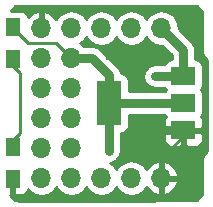
<source format=gtl>
G04 #@! TF.FileFunction,Copper,L1,Top,Signal*
%FSLAX46Y46*%
G04 Gerber Fmt 4.6, Leading zero omitted, Abs format (unit mm)*
G04 Created by KiCad (PCBNEW 4.0.7) date 2018 April 02, Monday 17:07:15*
%MOMM*%
%LPD*%
G01*
G04 APERTURE LIST*
%ADD10C,0.100000*%
%ADD11O,1.700000X1.700000*%
%ADD12R,2.000000X3.800000*%
%ADD13R,2.000000X1.500000*%
%ADD14R,1.300000X1.500000*%
%ADD15C,0.600000*%
%ADD16C,0.750000*%
%ADD17C,0.250000*%
%ADD18C,0.254000*%
G04 APERTURE END LIST*
D10*
D11*
X143764000Y-91059000D03*
X141224000Y-91059000D03*
X143764000Y-93599000D03*
X141224000Y-93599000D03*
X143764000Y-96139000D03*
X141224000Y-96139000D03*
X143764000Y-98679000D03*
X141224000Y-98679000D03*
D12*
X146964000Y-94869000D03*
D13*
X153264000Y-94869000D03*
X153264000Y-92569000D03*
X153264000Y-97169000D03*
D11*
X141224000Y-101219000D03*
X143764000Y-101219000D03*
X146304000Y-101219000D03*
X148844000Y-101219000D03*
X151384000Y-101219000D03*
X141224000Y-88519000D03*
X143764000Y-88519000D03*
X146304000Y-88519000D03*
X148844000Y-88519000D03*
X151384000Y-88519000D03*
D14*
X138811000Y-91139000D03*
X138811000Y-88439000D03*
X138811000Y-98599000D03*
X138811000Y-101299000D03*
D15*
X150876000Y-92583000D03*
X148463000Y-90297000D03*
X148971000Y-90805000D03*
X149479000Y-90297000D03*
X149987000Y-90805000D03*
X150495000Y-90297000D03*
X151003000Y-90805000D03*
X151511000Y-90297000D03*
X152019000Y-90805000D03*
X146939000Y-90932000D03*
X148463000Y-99441000D03*
X148971000Y-98933000D03*
X149479000Y-99441000D03*
X149987000Y-98933000D03*
X150495000Y-99441000D03*
X151003000Y-98933000D03*
X151511000Y-99441000D03*
X152019000Y-98933000D03*
X150876000Y-97155000D03*
X146939000Y-98933000D03*
D16*
X153264000Y-92569000D02*
X153264000Y-90399000D01*
X153264000Y-90399000D02*
X151384000Y-88519000D01*
X153264000Y-92569000D02*
X150890000Y-92569000D01*
X150890000Y-92569000D02*
X150876000Y-92583000D01*
D17*
X151364000Y-88539000D02*
X151384000Y-88519000D01*
X146939000Y-90932000D02*
X147828000Y-90932000D01*
X148971000Y-90805000D02*
X149479000Y-90297000D01*
X149987000Y-90805000D02*
X150495000Y-90297000D01*
X151003000Y-90805000D02*
X151511000Y-90297000D01*
X147828000Y-90932000D02*
X148463000Y-90297000D01*
X138811000Y-101299000D02*
X138811000Y-102616000D01*
X151384000Y-102489000D02*
X151384000Y-101219000D01*
X150749000Y-103124000D02*
X151384000Y-102489000D01*
X139319000Y-103124000D02*
X150749000Y-103124000D01*
X138811000Y-102616000D02*
X139319000Y-103124000D01*
X153264000Y-97169000D02*
X153264000Y-97688000D01*
X153264000Y-97688000D02*
X152019000Y-98933000D01*
X149479000Y-99441000D02*
X148971000Y-98933000D01*
X150495000Y-99441000D02*
X149987000Y-98933000D01*
X151511000Y-99441000D02*
X151003000Y-98933000D01*
D16*
X150890000Y-97169000D02*
X153264000Y-97169000D01*
X150890000Y-97169000D02*
X150876000Y-97155000D01*
D17*
X153264000Y-97169000D02*
X153264000Y-97414000D01*
X151364000Y-101199000D02*
X151384000Y-101219000D01*
X138811000Y-88439000D02*
X138811000Y-88519000D01*
X138811000Y-88519000D02*
X140081000Y-89789000D01*
X140081000Y-89789000D02*
X142494000Y-89789000D01*
X142494000Y-89789000D02*
X143764000Y-91059000D01*
D16*
X146964000Y-94869000D02*
X153264000Y-94869000D01*
X143764000Y-91059000D02*
X145542000Y-91059000D01*
X146964000Y-92481000D02*
X146964000Y-94869000D01*
X145542000Y-91059000D02*
X146964000Y-92481000D01*
X146964000Y-94869000D02*
X146964000Y-98908000D01*
X146964000Y-98908000D02*
X146939000Y-98933000D01*
D17*
X138764000Y-88519000D02*
X138684000Y-88439000D01*
X138684000Y-98599000D02*
X138684000Y-98171000D01*
X138684000Y-98171000D02*
X139192000Y-97663000D01*
X139192000Y-97663000D02*
X139446000Y-97409000D01*
X139446000Y-97409000D02*
X139446000Y-92329000D01*
X139446000Y-92329000D02*
X138684000Y-91567000D01*
X138684000Y-91567000D02*
X138684000Y-91139000D01*
D18*
G36*
X154865000Y-87162092D02*
X154865000Y-90551000D01*
X154919046Y-90822705D01*
X155072954Y-91053046D01*
X155246000Y-91226092D01*
X155246000Y-98892908D01*
X155072954Y-99065954D01*
X154919046Y-99296295D01*
X154865000Y-99568000D01*
X154865000Y-102575908D01*
X154391908Y-103049000D01*
X138978092Y-103049000D01*
X138569171Y-102640079D01*
X138684000Y-102525250D01*
X138684000Y-101426000D01*
X138664000Y-101426000D01*
X138664000Y-101172000D01*
X138684000Y-101172000D01*
X138684000Y-101152000D01*
X138938000Y-101152000D01*
X138938000Y-101172000D01*
X138958000Y-101172000D01*
X138958000Y-101426000D01*
X138938000Y-101426000D01*
X138938000Y-102525250D01*
X139096750Y-102684000D01*
X139587310Y-102684000D01*
X139820699Y-102587327D01*
X139999327Y-102408698D01*
X140094419Y-102179126D01*
X140173946Y-102298147D01*
X140655715Y-102620054D01*
X141224000Y-102733093D01*
X141792285Y-102620054D01*
X142274054Y-102298147D01*
X142494000Y-101968974D01*
X142713946Y-102298147D01*
X143195715Y-102620054D01*
X143764000Y-102733093D01*
X144332285Y-102620054D01*
X144814054Y-102298147D01*
X145034000Y-101968974D01*
X145253946Y-102298147D01*
X145735715Y-102620054D01*
X146304000Y-102733093D01*
X146872285Y-102620054D01*
X147354054Y-102298147D01*
X147574000Y-101968974D01*
X147793946Y-102298147D01*
X148275715Y-102620054D01*
X148844000Y-102733093D01*
X149412285Y-102620054D01*
X149894054Y-102298147D01*
X150121702Y-101957447D01*
X150188817Y-102100358D01*
X150617076Y-102490645D01*
X151027110Y-102660476D01*
X151257000Y-102539155D01*
X151257000Y-101346000D01*
X151511000Y-101346000D01*
X151511000Y-102539155D01*
X151740890Y-102660476D01*
X152150924Y-102490645D01*
X152579183Y-102100358D01*
X152825486Y-101575892D01*
X152704819Y-101346000D01*
X151511000Y-101346000D01*
X151257000Y-101346000D01*
X151237000Y-101346000D01*
X151237000Y-101092000D01*
X151257000Y-101092000D01*
X151257000Y-99898845D01*
X151511000Y-99898845D01*
X151511000Y-101092000D01*
X152704819Y-101092000D01*
X152825486Y-100862108D01*
X152579183Y-100337642D01*
X152150924Y-99947355D01*
X151740890Y-99777524D01*
X151511000Y-99898845D01*
X151257000Y-99898845D01*
X151027110Y-99777524D01*
X150617076Y-99947355D01*
X150188817Y-100337642D01*
X150121702Y-100480553D01*
X149894054Y-100139853D01*
X149412285Y-99817946D01*
X148844000Y-99704907D01*
X148275715Y-99817946D01*
X147793946Y-100139853D01*
X147574000Y-100469026D01*
X147354054Y-100139853D01*
X147031812Y-99924538D01*
X147325510Y-99866118D01*
X147653178Y-99647178D01*
X147678178Y-99622178D01*
X147897118Y-99294510D01*
X147974000Y-98908000D01*
X147974000Y-97454750D01*
X151629000Y-97454750D01*
X151629000Y-98045310D01*
X151725673Y-98278699D01*
X151904302Y-98457327D01*
X152137691Y-98554000D01*
X152978250Y-98554000D01*
X153137000Y-98395250D01*
X153137000Y-97296000D01*
X153391000Y-97296000D01*
X153391000Y-98395250D01*
X153549750Y-98554000D01*
X154390309Y-98554000D01*
X154623698Y-98457327D01*
X154802327Y-98278699D01*
X154899000Y-98045310D01*
X154899000Y-97454750D01*
X154740250Y-97296000D01*
X153391000Y-97296000D01*
X153137000Y-97296000D01*
X151787750Y-97296000D01*
X151629000Y-97454750D01*
X147974000Y-97454750D01*
X147974000Y-97414558D01*
X148199317Y-97372162D01*
X148415441Y-97233090D01*
X148560431Y-97020890D01*
X148611440Y-96769000D01*
X148611440Y-95879000D01*
X151676721Y-95879000D01*
X151766482Y-96018492D01*
X151725673Y-96059301D01*
X151629000Y-96292690D01*
X151629000Y-96883250D01*
X151787750Y-97042000D01*
X153137000Y-97042000D01*
X153137000Y-97022000D01*
X153391000Y-97022000D01*
X153391000Y-97042000D01*
X154740250Y-97042000D01*
X154899000Y-96883250D01*
X154899000Y-96292690D01*
X154802327Y-96059301D01*
X154760366Y-96017340D01*
X154860431Y-95870890D01*
X154911440Y-95619000D01*
X154911440Y-94119000D01*
X154867162Y-93883683D01*
X154760241Y-93717523D01*
X154860431Y-93570890D01*
X154911440Y-93319000D01*
X154911440Y-91819000D01*
X154867162Y-91583683D01*
X154728090Y-91367559D01*
X154515890Y-91222569D01*
X154274000Y-91173585D01*
X154274000Y-90399000D01*
X154210515Y-90079839D01*
X154197118Y-90012489D01*
X154082532Y-89841000D01*
X153978178Y-89684822D01*
X153978175Y-89684820D01*
X152864429Y-88571073D01*
X152869000Y-88548093D01*
X152869000Y-88489907D01*
X152755961Y-87921622D01*
X152434054Y-87439853D01*
X151952285Y-87117946D01*
X151384000Y-87004907D01*
X150815715Y-87117946D01*
X150333946Y-87439853D01*
X150114000Y-87769026D01*
X149894054Y-87439853D01*
X149412285Y-87117946D01*
X148844000Y-87004907D01*
X148275715Y-87117946D01*
X147793946Y-87439853D01*
X147574000Y-87769026D01*
X147354054Y-87439853D01*
X146872285Y-87117946D01*
X146304000Y-87004907D01*
X145735715Y-87117946D01*
X145253946Y-87439853D01*
X145034000Y-87769026D01*
X144814054Y-87439853D01*
X144332285Y-87117946D01*
X143764000Y-87004907D01*
X143195715Y-87117946D01*
X142713946Y-87439853D01*
X142486298Y-87780553D01*
X142419183Y-87637642D01*
X141990924Y-87247355D01*
X141580890Y-87077524D01*
X141351000Y-87198845D01*
X141351000Y-88392000D01*
X141371000Y-88392000D01*
X141371000Y-88646000D01*
X141351000Y-88646000D01*
X141351000Y-88666000D01*
X141097000Y-88666000D01*
X141097000Y-88646000D01*
X141077000Y-88646000D01*
X141077000Y-88392000D01*
X141097000Y-88392000D01*
X141097000Y-87198845D01*
X140867110Y-87077524D01*
X140457076Y-87247355D01*
X140088536Y-87583218D01*
X140064162Y-87453683D01*
X139925090Y-87237559D01*
X139712890Y-87092569D01*
X139461000Y-87041560D01*
X138625532Y-87041560D01*
X138978092Y-86689000D01*
X154391908Y-86689000D01*
X154865000Y-87162092D01*
X154865000Y-87162092D01*
G37*
X154865000Y-87162092D02*
X154865000Y-90551000D01*
X154919046Y-90822705D01*
X155072954Y-91053046D01*
X155246000Y-91226092D01*
X155246000Y-98892908D01*
X155072954Y-99065954D01*
X154919046Y-99296295D01*
X154865000Y-99568000D01*
X154865000Y-102575908D01*
X154391908Y-103049000D01*
X138978092Y-103049000D01*
X138569171Y-102640079D01*
X138684000Y-102525250D01*
X138684000Y-101426000D01*
X138664000Y-101426000D01*
X138664000Y-101172000D01*
X138684000Y-101172000D01*
X138684000Y-101152000D01*
X138938000Y-101152000D01*
X138938000Y-101172000D01*
X138958000Y-101172000D01*
X138958000Y-101426000D01*
X138938000Y-101426000D01*
X138938000Y-102525250D01*
X139096750Y-102684000D01*
X139587310Y-102684000D01*
X139820699Y-102587327D01*
X139999327Y-102408698D01*
X140094419Y-102179126D01*
X140173946Y-102298147D01*
X140655715Y-102620054D01*
X141224000Y-102733093D01*
X141792285Y-102620054D01*
X142274054Y-102298147D01*
X142494000Y-101968974D01*
X142713946Y-102298147D01*
X143195715Y-102620054D01*
X143764000Y-102733093D01*
X144332285Y-102620054D01*
X144814054Y-102298147D01*
X145034000Y-101968974D01*
X145253946Y-102298147D01*
X145735715Y-102620054D01*
X146304000Y-102733093D01*
X146872285Y-102620054D01*
X147354054Y-102298147D01*
X147574000Y-101968974D01*
X147793946Y-102298147D01*
X148275715Y-102620054D01*
X148844000Y-102733093D01*
X149412285Y-102620054D01*
X149894054Y-102298147D01*
X150121702Y-101957447D01*
X150188817Y-102100358D01*
X150617076Y-102490645D01*
X151027110Y-102660476D01*
X151257000Y-102539155D01*
X151257000Y-101346000D01*
X151511000Y-101346000D01*
X151511000Y-102539155D01*
X151740890Y-102660476D01*
X152150924Y-102490645D01*
X152579183Y-102100358D01*
X152825486Y-101575892D01*
X152704819Y-101346000D01*
X151511000Y-101346000D01*
X151257000Y-101346000D01*
X151237000Y-101346000D01*
X151237000Y-101092000D01*
X151257000Y-101092000D01*
X151257000Y-99898845D01*
X151511000Y-99898845D01*
X151511000Y-101092000D01*
X152704819Y-101092000D01*
X152825486Y-100862108D01*
X152579183Y-100337642D01*
X152150924Y-99947355D01*
X151740890Y-99777524D01*
X151511000Y-99898845D01*
X151257000Y-99898845D01*
X151027110Y-99777524D01*
X150617076Y-99947355D01*
X150188817Y-100337642D01*
X150121702Y-100480553D01*
X149894054Y-100139853D01*
X149412285Y-99817946D01*
X148844000Y-99704907D01*
X148275715Y-99817946D01*
X147793946Y-100139853D01*
X147574000Y-100469026D01*
X147354054Y-100139853D01*
X147031812Y-99924538D01*
X147325510Y-99866118D01*
X147653178Y-99647178D01*
X147678178Y-99622178D01*
X147897118Y-99294510D01*
X147974000Y-98908000D01*
X147974000Y-97454750D01*
X151629000Y-97454750D01*
X151629000Y-98045310D01*
X151725673Y-98278699D01*
X151904302Y-98457327D01*
X152137691Y-98554000D01*
X152978250Y-98554000D01*
X153137000Y-98395250D01*
X153137000Y-97296000D01*
X153391000Y-97296000D01*
X153391000Y-98395250D01*
X153549750Y-98554000D01*
X154390309Y-98554000D01*
X154623698Y-98457327D01*
X154802327Y-98278699D01*
X154899000Y-98045310D01*
X154899000Y-97454750D01*
X154740250Y-97296000D01*
X153391000Y-97296000D01*
X153137000Y-97296000D01*
X151787750Y-97296000D01*
X151629000Y-97454750D01*
X147974000Y-97454750D01*
X147974000Y-97414558D01*
X148199317Y-97372162D01*
X148415441Y-97233090D01*
X148560431Y-97020890D01*
X148611440Y-96769000D01*
X148611440Y-95879000D01*
X151676721Y-95879000D01*
X151766482Y-96018492D01*
X151725673Y-96059301D01*
X151629000Y-96292690D01*
X151629000Y-96883250D01*
X151787750Y-97042000D01*
X153137000Y-97042000D01*
X153137000Y-97022000D01*
X153391000Y-97022000D01*
X153391000Y-97042000D01*
X154740250Y-97042000D01*
X154899000Y-96883250D01*
X154899000Y-96292690D01*
X154802327Y-96059301D01*
X154760366Y-96017340D01*
X154860431Y-95870890D01*
X154911440Y-95619000D01*
X154911440Y-94119000D01*
X154867162Y-93883683D01*
X154760241Y-93717523D01*
X154860431Y-93570890D01*
X154911440Y-93319000D01*
X154911440Y-91819000D01*
X154867162Y-91583683D01*
X154728090Y-91367559D01*
X154515890Y-91222569D01*
X154274000Y-91173585D01*
X154274000Y-90399000D01*
X154210515Y-90079839D01*
X154197118Y-90012489D01*
X154082532Y-89841000D01*
X153978178Y-89684822D01*
X153978175Y-89684820D01*
X152864429Y-88571073D01*
X152869000Y-88548093D01*
X152869000Y-88489907D01*
X152755961Y-87921622D01*
X152434054Y-87439853D01*
X151952285Y-87117946D01*
X151384000Y-87004907D01*
X150815715Y-87117946D01*
X150333946Y-87439853D01*
X150114000Y-87769026D01*
X149894054Y-87439853D01*
X149412285Y-87117946D01*
X148844000Y-87004907D01*
X148275715Y-87117946D01*
X147793946Y-87439853D01*
X147574000Y-87769026D01*
X147354054Y-87439853D01*
X146872285Y-87117946D01*
X146304000Y-87004907D01*
X145735715Y-87117946D01*
X145253946Y-87439853D01*
X145034000Y-87769026D01*
X144814054Y-87439853D01*
X144332285Y-87117946D01*
X143764000Y-87004907D01*
X143195715Y-87117946D01*
X142713946Y-87439853D01*
X142486298Y-87780553D01*
X142419183Y-87637642D01*
X141990924Y-87247355D01*
X141580890Y-87077524D01*
X141351000Y-87198845D01*
X141351000Y-88392000D01*
X141371000Y-88392000D01*
X141371000Y-88646000D01*
X141351000Y-88646000D01*
X141351000Y-88666000D01*
X141097000Y-88666000D01*
X141097000Y-88646000D01*
X141077000Y-88646000D01*
X141077000Y-88392000D01*
X141097000Y-88392000D01*
X141097000Y-87198845D01*
X140867110Y-87077524D01*
X140457076Y-87247355D01*
X140088536Y-87583218D01*
X140064162Y-87453683D01*
X139925090Y-87237559D01*
X139712890Y-87092569D01*
X139461000Y-87041560D01*
X138625532Y-87041560D01*
X138978092Y-86689000D01*
X154391908Y-86689000D01*
X154865000Y-87162092D01*
G36*
X150333946Y-89598147D02*
X150815715Y-89920054D01*
X151384000Y-90033093D01*
X151455513Y-90018868D01*
X152254000Y-90817355D01*
X152254000Y-91173442D01*
X152028683Y-91215838D01*
X151812559Y-91354910D01*
X151673110Y-91559000D01*
X150890000Y-91559000D01*
X150503490Y-91635882D01*
X150175822Y-91854822D01*
X150161822Y-91868822D01*
X149942882Y-92196490D01*
X149866000Y-92583000D01*
X149942882Y-92969510D01*
X150161822Y-93297178D01*
X150489490Y-93516118D01*
X150876000Y-93593000D01*
X150946382Y-93579000D01*
X151676721Y-93579000D01*
X151767759Y-93720477D01*
X151673110Y-93859000D01*
X148611440Y-93859000D01*
X148611440Y-92969000D01*
X148567162Y-92733683D01*
X148428090Y-92517559D01*
X148215890Y-92372569D01*
X147964000Y-92321560D01*
X147942285Y-92321560D01*
X147897118Y-92094490D01*
X147678178Y-91766822D01*
X146256178Y-90344822D01*
X145928510Y-90125882D01*
X145542000Y-90049000D01*
X144869910Y-90049000D01*
X144843147Y-90008946D01*
X144521198Y-89793827D01*
X144814054Y-89598147D01*
X145034000Y-89268974D01*
X145253946Y-89598147D01*
X145735715Y-89920054D01*
X146304000Y-90033093D01*
X146872285Y-89920054D01*
X147354054Y-89598147D01*
X147574000Y-89268974D01*
X147793946Y-89598147D01*
X148275715Y-89920054D01*
X148844000Y-90033093D01*
X149412285Y-89920054D01*
X149894054Y-89598147D01*
X150114000Y-89268974D01*
X150333946Y-89598147D01*
X150333946Y-89598147D01*
G37*
X150333946Y-89598147D02*
X150815715Y-89920054D01*
X151384000Y-90033093D01*
X151455513Y-90018868D01*
X152254000Y-90817355D01*
X152254000Y-91173442D01*
X152028683Y-91215838D01*
X151812559Y-91354910D01*
X151673110Y-91559000D01*
X150890000Y-91559000D01*
X150503490Y-91635882D01*
X150175822Y-91854822D01*
X150161822Y-91868822D01*
X149942882Y-92196490D01*
X149866000Y-92583000D01*
X149942882Y-92969510D01*
X150161822Y-93297178D01*
X150489490Y-93516118D01*
X150876000Y-93593000D01*
X150946382Y-93579000D01*
X151676721Y-93579000D01*
X151767759Y-93720477D01*
X151673110Y-93859000D01*
X148611440Y-93859000D01*
X148611440Y-92969000D01*
X148567162Y-92733683D01*
X148428090Y-92517559D01*
X148215890Y-92372569D01*
X147964000Y-92321560D01*
X147942285Y-92321560D01*
X147897118Y-92094490D01*
X147678178Y-91766822D01*
X146256178Y-90344822D01*
X145928510Y-90125882D01*
X145542000Y-90049000D01*
X144869910Y-90049000D01*
X144843147Y-90008946D01*
X144521198Y-89793827D01*
X144814054Y-89598147D01*
X145034000Y-89268974D01*
X145253946Y-89598147D01*
X145735715Y-89920054D01*
X146304000Y-90033093D01*
X146872285Y-89920054D01*
X147354054Y-89598147D01*
X147574000Y-89268974D01*
X147793946Y-89598147D01*
X148275715Y-89920054D01*
X148844000Y-90033093D01*
X149412285Y-89920054D01*
X149894054Y-89598147D01*
X150114000Y-89268974D01*
X150333946Y-89598147D01*
G36*
X141351000Y-90932000D02*
X141371000Y-90932000D01*
X141371000Y-91186000D01*
X141351000Y-91186000D01*
X141351000Y-91206000D01*
X141097000Y-91206000D01*
X141097000Y-91186000D01*
X141077000Y-91186000D01*
X141077000Y-90932000D01*
X141097000Y-90932000D01*
X141097000Y-90912000D01*
X141351000Y-90912000D01*
X141351000Y-90932000D01*
X141351000Y-90932000D01*
G37*
X141351000Y-90932000D02*
X141371000Y-90932000D01*
X141371000Y-91186000D01*
X141351000Y-91186000D01*
X141351000Y-91206000D01*
X141097000Y-91206000D01*
X141097000Y-91186000D01*
X141077000Y-91186000D01*
X141077000Y-90932000D01*
X141097000Y-90932000D01*
X141097000Y-90912000D01*
X141351000Y-90912000D01*
X141351000Y-90932000D01*
M02*

</source>
